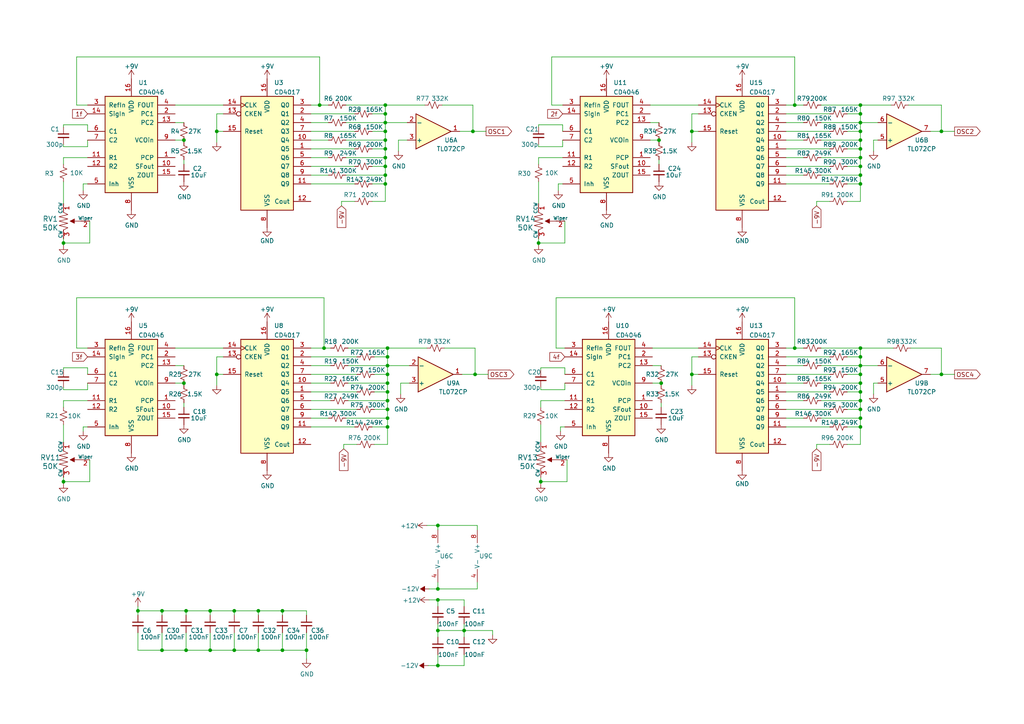
<source format=kicad_sch>
(kicad_sch (version 20211123) (generator eeschema)
  (paper "A4")
  (title_block (title "Pipes") (rev "1.0"))
  (junction (at 230.505 100.965))
  (junction (at 249.555 118.745))
  (junction (at 112.395 100.965))
  (junction (at 191.77 111.125))
  (junction (at 249.555 100.965))
  (junction (at 273.05 38.1))
  (junction (at 127 193.04))
  (junction (at 249.555 40.64))
  (junction (at 127 182.88))
  (junction (at 249.555 121.285))
  (junction (at 127 152.4))
  (junction (at 111.76 45.72))
  (junction (at 111.76 50.8))
  (junction (at 53.975 177.165))
  (junction (at 111.76 38.1))
  (junction (at 156.21 70.485))
  (junction (at 18.415 70.485))
  (junction (at 273.05 108.585))
  (junction (at 137.16 38.1))
  (junction (at 18.415 139.7))
  (junction (at 60.96 188.595))
  (junction (at 81.915 177.165))
  (junction (at 111.76 48.26))
  (junction (at 200.66 38.1))
  (junction (at 46.99 188.595))
  (junction (at 249.555 38.1))
  (junction (at 46.99 177.165))
  (junction (at 249.555 50.8))
  (junction (at 53.34 40.64))
  (junction (at 249.555 48.26))
  (junction (at 249.555 33.02))
  (junction (at 249.555 30.48))
  (junction (at 111.76 35.56))
  (junction (at 53.34 111.125))
  (junction (at 112.395 118.745))
  (junction (at 74.93 188.595))
  (junction (at 112.395 123.825))
  (junction (at 53.975 188.595))
  (junction (at 62.865 38.1))
  (junction (at 249.555 123.825))
  (junction (at 134.62 182.88))
  (junction (at 40.005 177.165))
  (junction (at 249.555 116.205))
  (junction (at 112.395 106.045))
  (junction (at 92.71 30.48))
  (junction (at 112.395 103.505))
  (junction (at 111.76 40.64))
  (junction (at 111.76 53.34))
  (junction (at 88.9 188.595))
  (junction (at 127 170.815))
  (junction (at 62.865 108.585))
  (junction (at 137.795 108.585))
  (junction (at 60.96 177.165))
  (junction (at 112.395 111.125))
  (junction (at 93.98 100.965))
  (junction (at 191.135 40.64))
  (junction (at 112.395 116.205))
  (junction (at 127 173.99))
  (junction (at 111.76 43.18))
  (junction (at 230.505 30.48))
  (junction (at 67.945 188.595))
  (junction (at 249.555 108.585))
  (junction (at 112.395 121.285))
  (junction (at 112.395 108.585))
  (junction (at 249.555 106.045))
  (junction (at 200.66 108.585))
  (junction (at 111.76 30.48))
  (junction (at 249.555 103.505))
  (junction (at 74.93 177.165))
  (junction (at 249.555 43.18))
  (junction (at 67.945 177.165))
  (junction (at 249.555 35.56))
  (junction (at 249.555 113.665))
  (junction (at 112.395 113.665))
  (junction (at 249.555 111.125))
  (junction (at 81.915 188.595))
  (junction (at 249.555 53.34))
  (junction (at 249.555 45.72))
  (junction (at 156.845 139.7))
  (junction (at 111.76 33.02))
  (wire (pts (xy 24.13 53.34) (xy 24.13 55.245)))
  (wire (pts (xy 100.965 111.125) (xy 112.395 111.125)))
  (wire (pts (xy 253.365 111.125) (xy 254.635 111.125)))
  (wire (pts (xy 127 193.04) (xy 134.62 193.04)))
  (wire (pts (xy 18.415 52.705) (xy 18.415 59.055)))
  (wire (pts (xy 236.855 130.175) (xy 236.855 128.905)))
  (wire (pts (xy 112.395 103.505) (xy 112.395 106.045)))
  (wire (pts (xy 74.93 178.435) (xy 74.93 177.165)))
  (wire (pts (xy 90.17 123.825) (xy 102.87 123.825)))
  (wire (pts (xy 111.76 30.48) (xy 111.76 33.02)))
  (wire (pts (xy 200.66 108.585) (xy 200.66 111.76)))
  (wire (pts (xy 137.795 108.585) (xy 133.985 108.585)))
  (wire (pts (xy 156.21 42.545) (xy 156.21 41.91)))
  (wire (pts (xy 230.505 16.51) (xy 160.02 16.51)))
  (wire (pts (xy 111.76 38.1) (xy 111.76 40.64)))
  (wire (pts (xy 18.415 139.7) (xy 18.415 140.335)))
  (wire (pts (xy 191.135 40.64) (xy 191.135 41.275)))
  (wire (pts (xy 156.845 116.205) (xy 156.845 118.11)))
  (wire (pts (xy 67.945 188.595) (xy 74.93 188.595)))
  (wire (pts (xy 253.365 43.815) (xy 253.365 40.64)))
  (wire (pts (xy 245.745 43.18) (xy 249.555 43.18)))
  (wire (pts (xy 90.17 33.02) (xy 102.87 33.02)))
  (wire (pts (xy 111.76 35.56) (xy 111.76 38.1)))
  (wire (pts (xy 107.95 123.825) (xy 112.395 123.825)))
  (wire (pts (xy 88.9 188.595) (xy 88.9 191.135)))
  (wire (pts (xy 112.395 121.285) (xy 112.395 123.825)))
  (wire (pts (xy 115.57 43.815) (xy 115.57 40.64)))
  (wire (pts (xy 227.965 33.02) (xy 240.665 33.02)))
  (wire (pts (xy 90.17 106.045) (xy 95.885 106.045)))
  (wire (pts (xy 127 189.865) (xy 127 193.04)))
  (wire (pts (xy 111.76 40.64) (xy 111.76 43.18)))
  (wire (pts (xy 249.555 50.8) (xy 249.555 53.34)))
  (wire (pts (xy 67.945 178.435) (xy 67.945 177.165)))
  (wire (pts (xy 137.16 30.48) (xy 137.16 38.1)))
  (wire (pts (xy 230.505 86.36) (xy 230.505 100.965)))
  (wire (pts (xy 92.71 16.51) (xy 22.225 16.51)))
  (wire (pts (xy 134.62 180.975) (xy 134.62 182.88)))
  (wire (pts (xy 67.945 177.165) (xy 74.93 177.165)))
  (wire (pts (xy 90.17 111.125) (xy 95.885 111.125)))
  (wire (pts (xy 53.975 188.595) (xy 60.96 188.595)))
  (wire (pts (xy 238.125 121.285) (xy 249.555 121.285)))
  (wire (pts (xy 25.4 42.545) (xy 18.415 42.545)))
  (wire (pts (xy 249.555 100.965) (xy 249.555 103.505)))
  (wire (pts (xy 191.77 111.125) (xy 191.77 111.76)))
  (wire (pts (xy 60.96 183.515) (xy 60.96 188.595)))
  (wire (pts (xy 107.95 38.1) (xy 111.76 38.1)))
  (wire (pts (xy 88.9 177.165) (xy 81.915 177.165)))
  (wire (pts (xy 163.83 111.125) (xy 163.83 113.03)))
  (wire (pts (xy 26.035 133.35) (xy 26.035 139.7)))
  (wire (pts (xy 189.23 100.965) (xy 202.565 100.965)))
  (wire (pts (xy 163.83 100.965) (xy 161.29 100.965)))
  (wire (pts (xy 90.17 43.18) (xy 102.87 43.18)))
  (wire (pts (xy 249.555 33.02) (xy 249.555 35.56)))
  (wire (pts (xy 53.975 178.435) (xy 53.975 177.165)))
  (wire (pts (xy 50.8 40.64) (xy 53.34 40.64)))
  (wire (pts (xy 92.71 16.51) (xy 92.71 30.48)))
  (wire (pts (xy 227.965 43.18) (xy 240.665 43.18)))
  (wire (pts (xy 273.05 108.585) (xy 276.86 108.585)))
  (wire (pts (xy 249.555 123.825) (xy 249.555 128.905)))
  (wire (pts (xy 108.585 103.505) (xy 112.395 103.505)))
  (wire (pts (xy 100.965 106.045) (xy 112.395 106.045)))
  (wire (pts (xy 238.125 50.8) (xy 249.555 50.8)))
  (wire (pts (xy 100.33 35.56) (xy 111.76 35.56)))
  (wire (pts (xy 164.465 139.7) (xy 156.845 139.7)))
  (wire (pts (xy 249.555 121.285) (xy 249.555 123.825)))
  (wire (pts (xy 227.965 111.125) (xy 233.045 111.125)))
  (wire (pts (xy 134.62 182.88) (xy 142.875 182.88)))
  (wire (pts (xy 112.395 108.585) (xy 112.395 111.125)))
  (wire (pts (xy 227.965 50.8) (xy 233.045 50.8)))
  (wire (pts (xy 62.865 108.585) (xy 64.77 108.585)))
  (wire (pts (xy 24.13 125.095) (xy 24.13 123.825)))
  (wire (pts (xy 127 182.88) (xy 134.62 182.88)))
  (wire (pts (xy 163.195 36.195) (xy 156.21 36.195)))
  (wire (pts (xy 163.83 64.135) (xy 163.83 70.485)))
  (wire (pts (xy 230.505 100.965) (xy 233.045 100.965)))
  (wire (pts (xy 249.555 106.045) (xy 249.555 108.585)))
  (wire (pts (xy 249.555 108.585) (xy 249.555 111.125)))
  (wire (pts (xy 227.965 53.34) (xy 240.665 53.34)))
  (wire (pts (xy 18.415 42.545) (xy 18.415 41.91)))
  (wire (pts (xy 111.76 35.56) (xy 118.11 35.56)))
  (wire (pts (xy 161.925 53.34) (xy 161.925 55.245)))
  (wire (pts (xy 112.395 106.045) (xy 112.395 108.585)))
  (wire (pts (xy 188.595 35.56) (xy 191.135 35.56)))
  (wire (pts (xy 50.8 30.48) (xy 64.77 30.48)))
  (wire (pts (xy 90.17 40.64) (xy 95.25 40.64)))
  (wire (pts (xy 227.965 40.64) (xy 233.045 40.64)))
  (wire (pts (xy 245.745 108.585) (xy 249.555 108.585)))
  (wire (pts (xy 67.945 177.165) (xy 60.96 177.165)))
  (wire (pts (xy 253.365 114.3) (xy 253.365 111.125)))
  (wire (pts (xy 264.16 100.965) (xy 273.05 100.965)))
  (wire (pts (xy 200.66 33.02) (xy 202.565 33.02)))
  (wire (pts (xy 90.17 30.48) (xy 92.71 30.48)))
  (wire (pts (xy 25.4 100.965) (xy 22.225 100.965)))
  (wire (pts (xy 227.965 38.1) (xy 240.665 38.1)))
  (wire (pts (xy 112.395 100.965) (xy 112.395 103.505)))
  (wire (pts (xy 156.21 36.195) (xy 156.21 36.83)))
  (wire (pts (xy 163.195 40.64) (xy 163.195 42.545)))
  (wire (pts (xy 188.595 40.64) (xy 191.135 40.64)))
  (wire (pts (xy 50.8 100.965) (xy 64.77 100.965)))
  (wire (pts (xy 18.415 36.195) (xy 18.415 36.83)))
  (wire (pts (xy 200.66 103.505) (xy 202.565 103.505)))
  (wire (pts (xy 124.46 173.99) (xy 127 173.99)))
  (wire (pts (xy 112.395 106.045) (xy 118.745 106.045)))
  (wire (pts (xy 112.395 123.825) (xy 112.395 128.905)))
  (wire (pts (xy 238.125 116.205) (xy 249.555 116.205)))
  (wire (pts (xy 249.555 35.56) (xy 249.555 38.1)))
  (wire (pts (xy 123.825 152.4) (xy 127 152.4)))
  (wire (pts (xy 124.46 170.815) (xy 127 170.815)))
  (wire (pts (xy 238.125 106.045) (xy 249.555 106.045)))
  (wire (pts (xy 238.125 40.64) (xy 249.555 40.64)))
  (wire (pts (xy 93.98 100.965) (xy 95.885 100.965)))
  (wire (pts (xy 67.945 188.595) (xy 60.96 188.595)))
  (wire (pts (xy 90.17 48.26) (xy 102.87 48.26)))
  (wire (pts (xy 25.4 113.03) (xy 18.415 113.03)))
  (wire (pts (xy 90.17 35.56) (xy 95.25 35.56)))
  (wire (pts (xy 81.915 178.435) (xy 81.915 177.165)))
  (wire (pts (xy 93.98 100.965) (xy 90.17 100.965)))
  (wire (pts (xy 90.17 53.34) (xy 102.87 53.34)))
  (wire (pts (xy 22.225 86.36) (xy 93.98 86.36)))
  (wire (pts (xy 25.4 36.195) (xy 18.415 36.195)))
  (wire (pts (xy 112.395 118.745) (xy 112.395 121.285)))
  (wire (pts (xy 100.33 121.285) (xy 112.395 121.285)))
  (wire (pts (xy 230.505 100.965) (xy 227.965 100.965)))
  (wire (pts (xy 108.585 118.745) (xy 112.395 118.745)))
  (wire (pts (xy 88.9 188.595) (xy 81.915 188.595)))
  (wire (pts (xy 90.17 113.665) (xy 103.505 113.665)))
  (wire (pts (xy 138.43 168.91) (xy 138.43 170.815)))
  (wire (pts (xy 107.95 33.02) (xy 111.76 33.02)))
  (wire (pts (xy 249.555 40.64) (xy 249.555 43.18)))
  (wire (pts (xy 111.76 43.18) (xy 111.76 45.72)))
  (wire (pts (xy 67.945 183.515) (xy 67.945 188.595)))
  (wire (pts (xy 161.925 53.34) (xy 163.195 53.34)))
  (wire (pts (xy 24.13 53.34) (xy 25.4 53.34)))
  (wire (pts (xy 127 152.4) (xy 138.43 152.4)))
  (wire (pts (xy 227.965 30.48) (xy 230.505 30.48)))
  (wire (pts (xy 81.915 177.165) (xy 74.93 177.165)))
  (wire (pts (xy 40.005 183.515) (xy 40.005 188.595)))
  (wire (pts (xy 245.745 123.825) (xy 249.555 123.825)))
  (wire (pts (xy 127 170.815) (xy 138.43 170.815)))
  (wire (pts (xy 111.76 48.26) (xy 111.76 50.8)))
  (wire (pts (xy 18.415 70.485) (xy 18.415 71.12)))
  (wire (pts (xy 22.225 30.48) (xy 25.4 30.48)))
  (wire (pts (xy 227.965 103.505) (xy 240.665 103.505)))
  (wire (pts (xy 249.555 113.665) (xy 249.555 116.205)))
  (wire (pts (xy 191.77 116.84) (xy 191.77 118.11)))
  (wire (pts (xy 50.8 35.56) (xy 53.34 35.56)))
  (wire (pts (xy 249.555 103.505) (xy 249.555 106.045)))
  (wire (pts (xy 18.415 106.68) (xy 18.415 107.315)))
  (wire (pts (xy 236.855 128.905) (xy 240.665 128.905)))
  (wire (pts (xy 40.005 178.435) (xy 40.005 177.165)))
  (wire (pts (xy 200.66 38.1) (xy 200.66 33.02)))
  (wire (pts (xy 22.225 100.965) (xy 22.225 86.36)))
  (wire (pts (xy 142.875 184.15) (xy 142.875 182.88)))
  (wire (pts (xy 111.76 33.02) (xy 111.76 35.56)))
  (wire (pts (xy 53.975 183.515) (xy 53.975 188.595)))
  (wire (pts (xy 22.225 16.51) (xy 22.225 30.48)))
  (wire (pts (xy 107.95 53.34) (xy 111.76 53.34)))
  (wire (pts (xy 100.965 100.965) (xy 112.395 100.965)))
  (wire (pts (xy 99.695 130.175) (xy 99.695 128.905)))
  (wire (pts (xy 227.965 116.205) (xy 233.045 116.205)))
  (wire (pts (xy 137.795 108.585) (xy 141.605 108.585)))
  (wire (pts (xy 108.585 128.905) (xy 112.395 128.905)))
  (wire (pts (xy 128.27 30.48) (xy 137.16 30.48)))
  (wire (pts (xy 40.005 175.895) (xy 40.005 177.165)))
  (wire (pts (xy 263.525 30.48) (xy 273.05 30.48)))
  (wire (pts (xy 236.855 59.69) (xy 236.855 58.42)))
  (wire (pts (xy 249.555 45.72) (xy 249.555 48.26)))
  (wire (pts (xy 50.8 106.045) (xy 53.34 106.045)))
  (wire (pts (xy 227.965 123.825) (xy 240.665 123.825)))
  (wire (pts (xy 156.21 45.72) (xy 156.21 47.625)))
  (wire (pts (xy 127 152.4) (xy 127 153.67)))
  (wire (pts (xy 25.4 111.125) (xy 25.4 113.03)))
  (wire (pts (xy 163.195 45.72) (xy 156.21 45.72)))
  (wire (pts (xy 245.745 53.34) (xy 249.555 53.34)))
  (wire (pts (xy 124.206 193.04) (xy 127 193.04)))
  (wire (pts (xy 273.05 108.585) (xy 269.875 108.585)))
  (wire (pts (xy 245.745 118.745) (xy 249.555 118.745)))
  (wire (pts (xy 46.99 177.165) (xy 53.975 177.165)))
  (wire (pts (xy 273.05 38.1) (xy 276.86 38.1)))
  (wire (pts (xy 227.965 106.045) (xy 233.045 106.045)))
  (wire (pts (xy 62.865 108.585) (xy 62.865 103.505)))
  (wire (pts (xy 25.4 106.68) (xy 18.415 106.68)))
  (wire (pts (xy 108.585 113.665) (xy 112.395 113.665)))
  (wire (pts (xy 100.33 30.48) (xy 111.76 30.48)))
  (wire (pts (xy 100.33 40.64) (xy 111.76 40.64)))
  (wire (pts (xy 127 173.99) (xy 127 175.895)))
  (wire (pts (xy 112.395 116.205) (xy 112.395 118.745)))
  (wire (pts (xy 90.17 116.205) (xy 95.885 116.205)))
  (wire (pts (xy 127 168.91) (xy 127 170.815)))
  (wire (pts (xy 156.21 52.705) (xy 156.21 59.055)))
  (wire (pts (xy 53.34 40.64) (xy 53.34 41.275)))
  (wire (pts (xy 245.745 103.505) (xy 249.555 103.505)))
  (wire (pts (xy 99.06 59.69) (xy 99.06 58.42)))
  (wire (pts (xy 137.795 100.965) (xy 137.795 108.585)))
  (wire (pts (xy 25.4 116.205) (xy 18.415 116.205)))
  (wire (pts (xy 249.555 43.18) (xy 249.555 45.72)))
  (wire (pts (xy 163.83 108.585) (xy 163.83 106.68)))
  (wire (pts (xy 249.555 106.045) (xy 254.635 106.045)))
  (wire (pts (xy 53.34 111.125) (xy 53.34 111.76)))
  (wire (pts (xy 88.9 178.435) (xy 88.9 177.165)))
  (wire (pts (xy 128.905 100.965) (xy 137.795 100.965)))
  (wire (pts (xy 156.845 139.7) (xy 156.845 140.335)))
  (wire (pts (xy 90.17 103.505) (xy 103.505 103.505)))
  (wire (pts (xy 93.98 86.36) (xy 93.98 100.965)))
  (wire (pts (xy 99.695 128.905) (xy 103.505 128.905)))
  (wire (pts (xy 62.865 33.02) (xy 64.77 33.02)))
  (wire (pts (xy 40.005 177.165) (xy 46.99 177.165)))
  (wire (pts (xy 25.4 38.1) (xy 25.4 36.195)))
  (wire (pts (xy 227.965 48.26) (xy 240.665 48.26)))
  (wire (pts (xy 200.66 103.505) (xy 200.66 108.585)))
  (wire (pts (xy 245.745 58.42) (xy 249.555 58.42)))
  (wire (pts (xy 273.05 30.48) (xy 273.05 38.1)))
  (wire (pts (xy 88.9 183.515) (xy 88.9 188.595)))
  (wire (pts (xy 245.745 38.1) (xy 249.555 38.1)))
  (wire (pts (xy 227.965 108.585) (xy 240.665 108.585)))
  (wire (pts (xy 53.34 116.84) (xy 53.34 118.11)))
  (wire (pts (xy 156.845 138.43) (xy 156.845 139.7)))
  (wire (pts (xy 238.125 35.56) (xy 249.555 35.56)))
  (wire (pts (xy 90.17 108.585) (xy 103.505 108.585)))
  (wire (pts (xy 115.57 40.64) (xy 118.11 40.64)))
  (wire (pts (xy 253.365 40.64) (xy 254.635 40.64)))
  (wire (pts (xy 238.125 30.48) (xy 249.555 30.48)))
  (wire (pts (xy 230.505 30.48) (xy 233.045 30.48)))
  (wire (pts (xy 134.62 182.88) (xy 134.62 184.785)))
  (wire (pts (xy 112.395 111.125) (xy 112.395 113.665)))
  (wire (pts (xy 100.33 45.72) (xy 111.76 45.72)))
  (wire (pts (xy 227.965 45.72) (xy 233.045 45.72)))
  (wire (pts (xy 127 173.99) (xy 134.62 173.99)))
  (wire (pts (xy 50.8 111.125) (xy 53.34 111.125)))
  (wire (pts (xy 245.745 33.02) (xy 249.555 33.02)))
  (wire (pts (xy 249.555 111.125) (xy 249.555 113.665)))
  (wire (pts (xy 245.745 128.905) (xy 249.555 128.905)))
  (wire (pts (xy 46.99 183.515) (xy 46.99 188.595)))
  (wire (pts (xy 46.99 188.595) (xy 53.975 188.595)))
  (wire (pts (xy 163.195 38.1) (xy 163.195 36.195)))
  (wire (pts (xy 191.135 46.355) (xy 191.135 47.625)))
  (wire (pts (xy 156.845 113.03) (xy 156.845 112.395)))
  (wire (pts (xy 163.83 113.03) (xy 156.845 113.03)))
  (wire (pts (xy 112.395 100.965) (xy 123.825 100.965)))
  (wire (pts (xy 25.4 108.585) (xy 25.4 106.68)))
  (wire (pts (xy 100.965 116.205) (xy 112.395 116.205)))
  (wire (pts (xy 249.555 116.205) (xy 249.555 118.745)))
  (wire (pts (xy 99.06 58.42) (xy 102.87 58.42)))
  (wire (pts (xy 62.865 38.1) (xy 62.865 33.02)))
  (wire (pts (xy 162.56 125.095) (xy 162.56 123.825)))
  (wire (pts (xy 161.29 100.965) (xy 161.29 86.36)))
  (wire (pts (xy 138.43 152.4) (xy 138.43 153.67)))
  (wire (pts (xy 162.56 123.825) (xy 163.83 123.825)))
  (wire (pts (xy 245.745 113.665) (xy 249.555 113.665)))
  (wire (pts (xy 25.4 40.64) (xy 25.4 42.545)))
  (wire (pts (xy 227.965 118.745) (xy 240.665 118.745)))
  (wire (pts (xy 81.915 188.595) (xy 74.93 188.595)))
  (wire (pts (xy 100.33 50.8) (xy 111.76 50.8)))
  (wire (pts (xy 156.845 123.19) (xy 156.845 128.27)))
  (wire (pts (xy 111.76 30.48) (xy 123.19 30.48)))
  (wire (pts (xy 189.23 106.045) (xy 191.77 106.045)))
  (wire (pts (xy 60.96 178.435) (xy 60.96 177.165)))
  (wire (pts (xy 238.125 45.72) (xy 249.555 45.72)))
  (wire (pts (xy 156.21 70.485) (xy 156.21 71.12)))
  (wire (pts (xy 238.125 111.125) (xy 249.555 111.125)))
  (wire (pts (xy 273.05 100.965) (xy 273.05 108.585)))
  (wire (pts (xy 202.565 108.585) (xy 200.66 108.585)))
  (wire (pts (xy 227.965 121.285) (xy 233.045 121.285)))
  (wire (pts (xy 90.17 118.745) (xy 103.505 118.745)))
  (wire (pts (xy 26.035 64.135) (xy 26.035 70.485)))
  (wire (pts (xy 107.95 58.42) (xy 111.76 58.42)))
  (wire (pts (xy 200.66 38.1) (xy 202.565 38.1)))
  (wire (pts (xy 200.66 41.275) (xy 200.66 38.1)))
  (wire (pts (xy 90.17 38.1) (xy 102.87 38.1)))
  (wire (pts (xy 164.465 133.35) (xy 164.465 139.7)))
  (wire (pts (xy 18.415 123.19) (xy 18.415 128.27)))
  (wire (pts (xy 230.505 16.51) (xy 230.505 30.48)))
  (wire (pts (xy 227.965 35.56) (xy 233.045 35.56)))
  (wire (pts (xy 249.555 53.34) (xy 249.555 58.42)))
  (wire (pts (xy 53.975 177.165) (xy 60.96 177.165)))
  (wire (pts (xy 18.415 113.03) (xy 18.415 112.395)))
  (wire (pts (xy 163.83 70.485) (xy 156.21 70.485)))
  (wire (pts (xy 249.555 35.56) (xy 254.635 35.56)))
  (wire (pts (xy 189.23 111.125) (xy 191.77 111.125)))
  (wire (pts (xy 90.17 121.285) (xy 95.25 121.285)))
  (wire (pts (xy 163.195 42.545) (xy 156.21 42.545)))
  (wire (pts (xy 127 180.975) (xy 127 182.88)))
  (wire (pts (xy 163.83 116.205) (xy 156.845 116.205)))
  (wire (pts (xy 249.555 48.26) (xy 249.555 50.8)))
  (wire (pts (xy 40.005 188.595) (xy 46.99 188.595)))
  (wire (pts (xy 18.415 69.215) (xy 18.415 70.485)))
  (wire (pts (xy 90.17 45.72) (xy 95.25 45.72)))
  (wire (pts (xy 127 182.88) (xy 127 184.785)))
  (wire (pts (xy 137.16 38.1) (xy 133.35 38.1)))
  (wire (pts (xy 137.16 38.1) (xy 140.97 38.1)))
  (wire (pts (xy 90.17 50.8) (xy 95.25 50.8)))
  (wire (pts (xy 249.555 30.48) (xy 249.555 33.02)))
  (wire (pts (xy 62.865 38.1) (xy 64.77 38.1)))
  (wire (pts (xy 62.865 111.76) (xy 62.865 108.585)))
  (wire (pts (xy 188.595 30.48) (xy 202.565 30.48)))
  (wire (pts (xy 227.965 113.665) (xy 240.665 113.665)))
  (wire (pts (xy 160.02 16.51) (xy 160.02 30.48)))
  (wire (pts (xy 160.02 30.48) (xy 163.195 30.48)))
  (wire (pts (xy 112.395 113.665) (xy 112.395 116.205)))
  (wire (pts (xy 18.415 45.72) (xy 18.415 47.625)))
  (wire (pts (xy 111.76 45.72) (xy 111.76 48.26)))
  (wire (pts (xy 18.415 116.205) (xy 18.415 118.11)))
  (wire (pts (xy 249.555 100.965) (xy 259.08 100.965)))
  (wire (pts (xy 163.83 106.68) (xy 156.845 106.68)))
  (wire (pts (xy 62.865 41.275) (xy 62.865 38.1)))
  (wire (pts (xy 273.05 38.1) (xy 269.875 38.1)))
  (wire (pts (xy 74.93 183.515) (xy 74.93 188.595)))
  (wire (pts (xy 92.71 30.48) (xy 95.25 30.48)))
  (wire (pts (xy 249.555 118.745) (xy 249.555 121.285)))
  (wire (pts (xy 53.34 46.355) (xy 53.34 47.625)))
  (wire (pts (xy 245.745 48.26) (xy 249.555 48.26)))
  (wire (pts (xy 26.035 70.485) (xy 18.415 70.485)))
  (wire (pts (xy 236.855 58.42) (xy 240.665 58.42)))
  (wire (pts (xy 134.62 189.865) (xy 134.62 193.04)))
  (wire (pts (xy 26.035 139.7) (xy 18.415 139.7)))
  (wire (pts (xy 249.555 38.1) (xy 249.555 40.64)))
  (wire (pts (xy 156.21 69.215) (xy 156.21 70.485)))
  (wire (pts (xy 46.99 178.435) (xy 46.99 177.165)))
  (wire (pts (xy 161.29 86.36) (xy 230.505 86.36)))
  (wire (pts (xy 107.95 43.18) (xy 111.76 43.18)))
  (wire (pts (xy 107.95 48.26) (xy 111.76 48.26)))
  (wire (pts (xy 156.845 106.68) (xy 156.845 107.315)))
  (wire (pts (xy 111.76 50.8) (xy 111.76 53.34)))
  (wire (pts (xy 116.205 111.125) (xy 118.745 111.125)))
  (wire (pts (xy 108.585 108.585) (xy 112.395 108.585)))
  (wire (pts (xy 24.13 123.825) (xy 25.4 123.825)))
  (wire (pts (xy 81.915 183.515) (xy 81.915 188.595)))
  (wire (pts (xy 62.865 103.505) (xy 64.77 103.505)))
  (wire (pts (xy 18.415 138.43) (xy 18.415 139.7)))
  (wire (pts (xy 111.76 53.34) (xy 111.76 58.42)))
  (wire (pts (xy 249.555 30.48) (xy 258.445 30.48)))
  (wire (pts (xy 116.205 114.3) (xy 116.205 111.125)))
  (wire (pts (xy 238.125 100.965) (xy 249.555 100.965)))
  (wire (pts (xy 25.4 45.72) (xy 18.415 45.72)))
  (wire (pts (xy 134.62 173.99) (xy 134.62 175.895)))
  (global_label "-9V" (shape input) (at 236.855 130.175 270) (property "Intersheet References" "${INTERSHEET_REFS}" (effects hide)))
  (global_label "4f" (shape input) (at 163.83 103.505 180) (property "Intersheet References" "${INTERSHEET_REFS}" (effects hide)))
  (global_label "-9V" (shape input) (at 99.06 59.69 270) (property "Intersheet References" "${INTERSHEET_REFS}" (effects hide)))
  (global_label "2f" (shape input) (at 163.195 33.02 180) (property "Intersheet References" "${INTERSHEET_REFS}" (effects hide)))
  (global_label "OSC1" (shape output) (at 140.97 38.1 0) (property "Intersheet References" "${INTERSHEET_REFS}" (effects hide)))
  (global_label "1f" (shape input) (at 25.4 33.02 180) (property "Intersheet References" "${INTERSHEET_REFS}" (effects hide)))
  (global_label "3f" (shape input) (at 25.4 103.505 180) (property "Intersheet References" "${INTERSHEET_REFS}" (effects hide)))
  (global_label "-9V" (shape input) (at 236.855 59.69 270) (property "Intersheet References" "${INTERSHEET_REFS}" (effects hide)))
  (global_label "OSC2" (shape output) (at 276.86 38.1 0) (property "Intersheet References" "${INTERSHEET_REFS}" (effects hide)))
  (global_label "OSC3" (shape output) (at 141.605 108.585 0) (property "Intersheet References" "${INTERSHEET_REFS}" (effects hide)))
  (global_label "-9V" (shape input) (at 99.695 130.175 270) (property "Intersheet References" "${INTERSHEET_REFS}" (effects hide)))
  (global_label "OSC4" (shape output) (at 276.86 108.585 0) (property "Intersheet References" "${INTERSHEET_REFS}" (effects hide)))
  (symbol (lib_id "power:GND") (at 175.895 60.96 0) (unit 1)
    (property "Reference" "#PWR042" (effects hide))
    (property "Value" "GND" (at 176.022 65.3542 0))
  )
  (symbol (lib_id "Amplifier_Operational:TL072") (at 135.89 161.29 0) (mirror y) (unit 3)
    (property "Reference" "U9" (at 140.97 161.29 0))
    (property "Value" "TL072CP" (effects hide))
    (property "Footprint" "Package_SO:SOIC-8_3.9x4.9mm_P1.27mm" (effects hide))
    (property "Datasheet" "http://www.ti.com/lit/ds/symlink/tl071.pdf" (effects hide))
    (property "LCSC Part #" "C67473" (effects hide))
    (property "Digi-Key Part" "296-1775-5-ND" (effects hide))
  )
  (symbol (lib_id "Device:R_Small_US") (at 53.34 108.585 0) (unit 1)
    (property "Reference" "R25" (at 50.8 108.585 0))
    (property "Value" "27K" (at 56.515 108.585 0))
    (property "Footprint" "Resistor_SMD:R_0805_2012Metric_Pad1.20x1.40mm_HandSolder" (effects hide))
    (property "Digi-Key Part" "CF14JT10K0CT-ND" (effects hide))
    (property "LCSC Part #" "C17593" (effects hide))
  )
  (symbol (lib_id "Device:R_Small_US") (at 243.205 58.42 90) (unit 1)
    (property "Reference" "R91" (at 240.03 56.515 90))
    (property "Value" "200K" (at 245.11 56.515 90))
    (property "Footprint" "Resistor_SMD:R_0603_1608Metric" (effects hide))
    (property "Digi-Key Part" "CF14JT10K0CT-ND" (effects hide))
    (property "LCSC Part #" "C25811" (effects hide))
  )
  (symbol (lib_id "Device:R_Small_US") (at 243.205 108.585 90) (unit 1)
    (property "Reference" "R93" (at 240.665 107.315 90))
    (property "Value" "150K" (at 246.38 107.315 90))
    (property "Footprint" "Resistor_SMD:R_0603_1608Metric" (effects hide))
    (property "Digi-Key Part" "CF14JT10K0CT-ND" (effects hide))
    (property "LCSC Part #" "C22807" (effects hide))
  )
  (symbol (lib_id "Device:C_Small") (at 156.845 109.855 0) (unit 1)
    (property "Reference" "C20" (at 153.035 107.95 0) (effects (justify left)))
    (property "Value" "300p" (at 151.765 112.395 0) (effects (justify left)))
    (property "Footprint" "Capacitor_SMD:C_0805_2012Metric_Pad1.18x1.45mm_HandSolder" (effects hide))
    (property "Datasheet" "http://datasheets.avx.com/SR-Series.pdf" (effects hide))
    (property "Digi-Key Part" "BC2662CT-ND" (effects hide))
    (property "LCSC Part #" "C282698" (effects hide))
  )
  (symbol (lib_id "Device:R_Small_US") (at 97.79 121.285 90) (unit 1)
    (property "Reference" "R142" (at 95.25 120.015 90))
    (property "Value" "300K" (at 100.965 120.015 90))
    (property "Footprint" "Resistor_SMD:R_0603_1608Metric" (effects hide))
    (property "Digi-Key Part" "CF14JT10K0CT-ND" (effects hide))
    (property "LCSC Part #" "C23024" (effects hide))
  )
  (symbol (lib_id "power:GND") (at 38.1 60.96 0) (unit 1)
    (property "Reference" "#PWR012" (effects hide))
    (property "Value" "GND" (at 38.227 65.3542 0))
  )
  (symbol (lib_id "power:+9V") (at 175.895 22.86 0) (unit 1)
    (property "Reference" "#PWR0111" (effects hide))
    (property "Value" "+9V" (at 175.895 19.2555 0))
  )
  (symbol (lib_id "power:GND") (at 116.205 114.3 0) (unit 1)
    (property "Reference" "#PWR032" (effects hide))
    (property "Value" "GND" (at 116.332 118.6942 0))
  )
  (symbol (lib_id "Device:C_Small") (at 127 178.435 0) (unit 1)
    (property "Reference" "C5" (at 129.3368 177.2666 0) (effects (justify left)))
    (property "Value" "100nF" (at 127 180.975 0) (effects (justify left)))
    (property "Footprint" "Capacitor_SMD:C_0805_2012Metric_Pad1.18x1.45mm_HandSolder" (effects hide))
    (property "Datasheet" "http://datasheets.avx.com/SR-Series.pdf" (effects hide))
    (property "Digi-Key Part" "478-10836-1-ND" (effects hide))
    (property "LCSC Part #" "C49678" (effects hide))
  )
  (symbol (lib_id "power:GND") (at 156.21 71.12 0) (unit 1)
    (property "Reference" "#PWR0129" (effects hide))
    (property "Value" "GND" (at 156.337 75.5142 0))
  )
  (symbol (lib_id "Device:R_Small_US") (at 105.41 43.18 90) (unit 1)
    (property "Reference" "R69" (at 102.87 41.91 90))
    (property "Value" "200K" (at 108.585 41.91 90))
    (property "Footprint" "Resistor_SMD:R_0603_1608Metric" (effects hide))
    (property "Digi-Key Part" "CF14JT10K0CT-ND" (effects hide))
    (property "LCSC Part #" "C25811" (effects hide))
  )
  (symbol (lib_id "Device:C_Small") (at 134.62 178.435 0) (unit 1)
    (property "Reference" "C11" (at 136.9568 177.2666 0) (effects (justify left)))
    (property "Value" "100nF" (at 134.62 180.975 0) (effects (justify left)))
    (property "Footprint" "Capacitor_SMD:C_0805_2012Metric_Pad1.18x1.45mm_HandSolder" (effects hide))
    (property "Datasheet" "http://datasheets.avx.com/SR-Series.pdf" (effects hide))
    (property "Digi-Key Part" "478-10836-1-ND" (effects hide))
    (property "LCSC Part #" "C49678" (effects hide))
  )
  (symbol (lib_id "Amplifier_Operational:TL072") (at 126.365 108.585 0) (mirror x) (unit 1)
    (property "Reference" "U9" (at 131.445 111.125 0))
    (property "Value" "TL072CP" (at 131.445 113.665 0))
    (property "Footprint" "Package_SO:SOIC-8_3.9x4.9mm_P1.27mm" (effects hide))
    (property "Digi-Key Part" "296-1775-5-ND" (effects hide))
    (property "LCSC Part #" "C67473" (effects hide))
  )
  (symbol (lib_id "Device:R_Small_US") (at 97.79 45.72 90) (unit 1)
    (property "Reference" "R9" (at 95.25 44.45 90))
    (property "Value" "249K" (at 100.965 44.45 90))
    (property "Footprint" "Resistor_SMD:R_0603_1608Metric" (effects hide))
    (property "Digi-Key Part" "CF14JT10K0CT-ND" (effects hide))
    (property "LCSC Part #" "C311921" (effects hide))
  )
  (symbol (lib_id "power:-12V") (at 124.206 193.04 90) (unit 1)
    (property "Reference" "#PWR0117" (effects hide))
    (property "Value" "-12V" (at 118.745 193.04 90))
  )
  (symbol (lib_id "Device:R_Small_US") (at 98.425 111.125 90) (unit 1)
    (property "Reference" "R22" (at 95.885 109.855 90))
    (property "Value" "165K" (at 101.6 109.855 90))
    (property "Footprint" "Resistor_SMD:R_0603_1608Metric" (effects hide))
    (property "Digi-Key Part" "CF14JT10K0CT-ND" (effects hide))
    (property "LCSC Part #" "C308203" (effects hide))
  )
  (symbol (lib_id "Device:R_Small_US") (at 243.205 48.26 90) (unit 1)
    (property "Reference" "R90" (at 240.665 46.99 90))
    (property "Value" "300K" (at 246.38 46.99 90))
    (property "Footprint" "Resistor_SMD:R_0603_1608Metric" (effects hide))
    (property "Digi-Key Part" "CF14JT10K0CT-ND" (effects hide))
    (property "LCSC Part #" "C23024" (effects hide))
  )
  (symbol (lib_id "Device:C_Small") (at 46.99 180.975 0) (unit 1)
    (property "Reference" "C30" (at 48.26 182.88 0) (effects (justify left)))
    (property "Value" "100nF" (at 47.625 184.785 0) (effects (justify left)))
    (property "Footprint" "Capacitor_SMD:C_0805_2012Metric_Pad1.18x1.45mm_HandSolder" (effects hide))
    (property "Datasheet" "http://datasheets.avx.com/SR-Series.pdf" (effects hide))
    (property "Digi-Key Part" "478-10836-1-ND" (effects hide))
    (property "LCSC Part #" "C49678" (effects hide))
  )
  (symbol (lib_id "Device:R_Small_US") (at 243.205 33.02 90) (unit 1)
    (property "Reference" "R87" (at 240.665 31.75 90))
    (property "Value" "165K" (at 246.38 31.75 90))
    (property "Footprint" "Resistor_SMD:R_0603_1608Metric" (effects hide))
    (property "Digi-Key Part" "CF14JT10K0CT-ND" (effects hide))
    (property "LCSC Part #" "C308203" (effects hide))
  )
  (symbol (lib_id "4xxx:4046") (at 38.1 111.125 0) (unit 1)
    (property "Reference" "U5" (at 40.1194 94.4585 0) (effects (justify left)))
    (property "Value" "CD4046" (at 40.1194 97.2336 0) (effects (justify left)))
    (property "Footprint" "Package_SO:TSSOP-16_4.4x5mm_P0.65mm" (effects hide))
    (property "Datasheet" "https://assets.nexperia.com/documents/data-sheet/HEF4046B.pdf" (effects hide))
    (property "LCSC Part #" "C2651240" (effects hide))
  )
  (symbol (lib_id "Device:R_Small_US") (at 235.585 100.965 90) (unit 1)
    (property "Reference" "R83" (at 233.045 99.06 90))
    (property "Value" "200K" (at 237.49 99.06 90))
    (property "Footprint" "Resistor_SMD:R_0603_1608Metric" (effects hide))
    (property "Digi-Key Part" "CF14JT10K0CT-ND" (effects hide))
    (property "LCSC Part #" "C25811" (effects hide))
  )
  (symbol (lib_id "dk_Trimmer-Potentiometers:TC33X-2-103E") (at 156.21 64.135 270) (unit 1)
    (property "Reference" "RV14" (at 152.4 63.5 90) (effects (font (size 1.524 1.524))))
    (property "Value" "50K" (at 152.4 66.04 90) (effects (font (size 1.524 1.524))))
    (property "Footprint" "sputterizer:Potentiometer_Bourns_3224W_Vertical" (effects hide))
    (property "Datasheet" "https://www.bourns.com/docs/Product-Datasheets/TC33.pdf" (effects hide))
    (property "Digi-Key Part" "490-2881-ND" (effects hide))
    (property "LCSC Part #" "C48484" (effects hide))
  )
  (symbol (lib_id "Device:R_Small_US") (at 18.415 120.65 0) (unit 1)
    (property "Reference" "R21" (at 15.142 120.5738 0))
    (property "Value" "10K" (at 21.59 120.65 0))
    (property "Footprint" "Resistor_SMD:R_0603_1608Metric" (effects hide))
    (property "Digi-Key Part" "CF14JT10K0CT-ND" (effects hide))
    (property "LCSC Part #" "C25804" (effects hide))
  )
  (symbol (lib_id "Device:C_Small") (at 18.415 109.855 0) (unit 1)
    (property "Reference" "C15" (at 14.605 107.95 0) (effects (justify left)))
    (property "Value" "300p" (at 13.335 112.395 0) (effects (justify left)))
    (property "Footprint" "Capacitor_SMD:C_0805_2012Metric_Pad1.18x1.45mm_HandSolder" (effects hide))
    (property "Datasheet" "http://datasheets.avx.com/SR-Series.pdf" (effects hide))
    (property "Digi-Key Part" "BC2662CT-ND" (effects hide))
    (property "LCSC Part #" "C282698" (effects hide))
  )
  (symbol (lib_id "power:+9V") (at 38.1 22.86 0) (unit 1)
    (property "Reference" "#PWR0130" (effects hide))
    (property "Value" "+9V" (at 38.1 19.2555 0))
  )
  (symbol (lib_id "power:GND") (at 62.865 41.275 0) (unit 1)
    (property "Reference" "#PWR017" (effects hide))
    (property "Value" "GND" (effects hide))
  )
  (symbol (lib_id "Device:C_Small") (at 53.34 50.165 0) (unit 1)
    (property "Reference" "C2" (at 55.88 48.895 0) (effects (justify left)))
    (property "Value" "10uF" (at 55.245 50.8 0) (effects (justify left)))
    (property "Footprint" "Capacitor_SMD:C_0805_2012Metric_Pad1.18x1.45mm_HandSolder" (effects hide))
    (property "Datasheet" "http://datasheets.avx.com/SR-Series.pdf" (effects hide))
    (property "Digi-Key Part" "478-10836-1-ND" (effects hide))
    (property "LCSC Part #" "C15850" (effects hide))
  )
  (symbol (lib_id "power:GND") (at 18.415 71.12 0) (unit 1)
    (property "Reference" "#PWR08" (effects hide))
    (property "Value" "GND" (at 18.542 75.5142 0))
  )
  (symbol (lib_id "power:GND") (at 53.34 123.19 0) (unit 1)
    (property "Reference" "#PWR025" (effects hide))
    (property "Value" "GND" (at 53.467 127.5842 0))
  )
  (symbol (lib_id "Device:R_Small_US") (at 243.205 43.18 90) (unit 1)
    (property "Reference" "R89" (at 240.665 41.91 90))
    (property "Value" "200K" (at 246.38 41.91 90))
    (property "Footprint" "Resistor_SMD:R_0603_1608Metric" (effects hide))
    (property "Digi-Key Part" "CF14JT10K0CT-ND" (effects hide))
    (property "LCSC Part #" "C25811" (effects hide))
  )
  (symbol (lib_id "Device:R_Small_US") (at 235.585 35.56 90) (unit 1)
    (property "Reference" "R80" (at 233.045 34.29 90))
    (property "Value" "150K" (at 238.76 34.29 90))
    (property "Footprint" "Resistor_SMD:R_0603_1608Metric" (effects hide))
    (property "Digi-Key Part" "CF14JT10K0CT-ND" (effects hide))
    (property "LCSC Part #" "C22807" (effects hide))
  )
  (symbol (lib_id "Device:R_Small_US") (at 53.34 114.3 0) (unit 1)
    (property "Reference" "R26" (at 50.8 114.3 0))
    (property "Value" "1.5K" (at 56.515 114.3 0))
    (property "Footprint" "Resistor_SMD:R_0805_2012Metric_Pad1.20x1.40mm_HandSolder" (effects hide))
    (property "Digi-Key Part" "CF14JT10K0CT-ND" (effects hide))
    (property "LCSC Part #" "C4310" (effects hide))
  )
  (symbol (lib_id "Device:R_Small_US") (at 243.205 128.905 90) (unit 1)
    (property "Reference" "R96" (at 240.03 127 90))
    (property "Value" "200K" (at 245.11 127 90))
    (property "Footprint" "Resistor_SMD:R_0603_1608Metric" (effects hide))
    (property "Digi-Key Part" "CF14JT10K0CT-ND" (effects hide))
    (property "LCSC Part #" "C25811" (effects hide))
  )
  (symbol (lib_id "Device:R_Small_US") (at 235.585 40.64 90) (unit 1)
    (property "Reference" "R81" (at 233.045 39.37 90))
    (property "Value" "165K" (at 238.76 39.37 90))
    (property "Footprint" "Resistor_SMD:R_0603_1608Metric" (effects hide))
    (property "Digi-Key Part" "CF14JT10K0CT-ND" (effects hide))
    (property "LCSC Part #" "C308203" (effects hide))
  )
  (symbol (lib_id "Device:R_Small_US") (at 106.045 103.505 90) (unit 1)
    (property "Reference" "R72" (at 103.505 102.235 90))
    (property "Value" "165K" (at 109.22 102.235 90))
    (property "Footprint" "Resistor_SMD:R_0603_1608Metric" (effects hide))
    (property "Digi-Key Part" "CF14JT10K0CT-ND" (effects hide))
    (property "LCSC Part #" "C308203" (effects hide))
  )
  (symbol (lib_id "Device:R_Small_US") (at 243.205 113.665 90) (unit 1)
    (property "Reference" "R94" (at 240.665 112.395 90))
    (property "Value" "200K" (at 246.38 112.395 90))
    (property "Footprint" "Resistor_SMD:R_0603_1608Metric" (effects hide))
    (property "Digi-Key Part" "CF14JT10K0CT-ND" (effects hide))
    (property "LCSC Part #" "C25811" (effects hide))
  )
  (symbol (lib_id "Device:R_Small_US") (at 105.41 33.02 90) (unit 1)
    (property "Reference" "R28" (at 102.87 31.75 90))
    (property "Value" "165K" (at 108.585 31.75 90))
    (property "Footprint" "Resistor_SMD:R_0603_1608Metric" (effects hide))
    (property "Digi-Key Part" "CF14JT10K0CT-ND" (effects hide))
    (property "LCSC Part #" "C308203" (effects hide))
  )
  (symbol (lib_id "Amplifier_Operational:TL072") (at 262.255 108.585 0) (mirror x) (unit 2)
    (property "Reference" "U9" (at 267.335 111.125 0))
    (property "Value" "TL072CP" (at 267.335 113.665 0))
    (property "Footprint" "Package_SO:SOIC-8_3.9x4.9mm_P1.27mm" (effects hide))
    (property "Digi-Key Part" "296-1775-5-ND" (effects hide))
    (property "LCSC Part #" "C67473" (effects hide))
  )
  (symbol (lib_id "Device:R_Small_US") (at 105.41 123.825 90) (unit 1)
    (property "Reference" "R144" (at 102.87 122.555 90))
    (property "Value" "249K" (at 108.585 122.555 90))
    (property "Footprint" "Resistor_SMD:R_0603_1608Metric" (effects hide))
    (property "Digi-Key Part" "CF14JT10K0CT-ND" (effects hide))
    (property "LCSC Part #" "C311921" (effects hide))
  )
  (symbol (lib_id "Device:R_Small_US") (at 191.77 114.3 0) (unit 1)
    (property "Reference" "R33" (at 189.23 114.3 0))
    (property "Value" "1.5K" (at 194.945 114.3 0))
    (property "Footprint" "Resistor_SMD:R_0805_2012Metric_Pad1.20x1.40mm_HandSolder" (effects hide))
    (property "Digi-Key Part" "CF14JT10K0CT-ND" (effects hide))
    (property "LCSC Part #" "C4310" (effects hide))
  )
  (symbol (lib_id "Device:R_Small_US") (at 105.41 48.26 90) (unit 1)
    (property "Reference" "R70" (at 102.87 46.99 90))
    (property "Value" "300K" (at 108.585 46.99 90))
    (property "Footprint" "Resistor_SMD:R_0603_1608Metric" (effects hide))
    (property "Digi-Key Part" "CF14JT10K0CT-ND" (effects hide))
    (property "LCSC Part #" "C23024" (effects hide))
  )
  (symbol (lib_id "Device:C_Small") (at 81.915 180.975 0) (unit 1)
    (property "Reference" "C34" (at 83.185 182.88 0) (effects (justify left)))
    (property "Value" "100nF" (at 82.55 184.785 0) (effects (justify left)))
    (property "Footprint" "Capacitor_SMD:C_0805_2012Metric_Pad1.18x1.45mm_HandSolder" (effects hide))
    (property "Datasheet" "http://datasheets.avx.com/SR-Series.pdf" (effects hide))
    (property "Digi-Key Part" "478-10836-1-ND" (effects hide))
    (property "LCSC Part #" "C49678" (effects hide))
  )
  (symbol (lib_id "Device:R_Small_US") (at 243.205 103.505 90) (unit 1)
    (property "Reference" "R92" (at 240.665 102.235 90))
    (property "Value" "165K" (at 246.38 102.235 90))
    (property "Footprint" "Resistor_SMD:R_0603_1608Metric" (effects hide))
    (property "Digi-Key Part" "CF14JT10K0CT-ND" (effects hide))
    (property "LCSC Part #" "C308203" (effects hide))
  )
  (symbol (lib_id "power:GND") (at 191.135 52.705 0) (unit 1)
    (property "Reference" "#PWR046" (effects hide))
    (property "Value" "GND" (at 191.262 57.0992 0))
  )
  (symbol (lib_id "power:GND") (at 200.66 41.275 0) (unit 1)
    (property "Reference" "#PWR050" (effects hide))
    (property "Value" "GND" (effects hide))
  )
  (symbol (lib_id "power:GND") (at 253.365 43.815 0) (unit 1)
    (property "Reference" "#PWR043" (effects hide))
    (property "Value" "GND" (at 253.492 48.2092 0))
  )
  (symbol (lib_id "power:+9V") (at 215.265 93.345 0) (unit 1)
    (property "Reference" "#PWR0113" (effects hide))
    (property "Value" "+9V" (at 215.265 89.7405 0))
  )
  (symbol (lib_id "power:GND") (at 200.66 111.76 0) (unit 1)
    (property "Reference" "#PWR033" (effects hide))
    (property "Value" "GND" (effects hide))
  )
  (symbol (lib_id "Device:C_Small") (at 134.62 187.325 0) (unit 1)
    (property "Reference" "C12" (at 136.9568 186.1566 0) (effects (justify left)))
    (property "Value" "100nF" (at 134.62 189.865 0) (effects (justify left)))
    (property "Footprint" "Capacitor_SMD:C_0805_2012Metric_Pad1.18x1.45mm_HandSolder" (effects hide))
    (property "Datasheet" "http://datasheets.avx.com/SR-Series.pdf" (effects hide))
    (property "Digi-Key Part" "478-10836-1-ND" (effects hide))
    (property "LCSC Part #" "C49678" (effects hide))
  )
  (symbol (lib_id "power:GND") (at 38.1 131.445 0) (unit 1)
    (property "Reference" "#PWR021" (effects hide))
    (property "Value" "GND" (at 38.227 135.8392 0))
  )
  (symbol (lib_id "Device:R_Small_US") (at 105.41 38.1 90) (unit 1)
    (property "Reference" "R68" (at 102.87 36.83 90))
    (property "Value" "150K" (at 108.585 36.83 90))
    (property "Footprint" "Resistor_SMD:R_0603_1608Metric" (effects hide))
    (property "Digi-Key Part" "CF14JT10K0CT-ND" (effects hide))
    (property "LCSC Part #" "C22807" (effects hide))
  )
  (symbol (lib_id "4xxx:4017") (at 215.265 43.18 0) (unit 1)
    (property "Reference" "U15" (at 217.2844 23.9735 0) (effects (justify left)))
    (property "Value" "CD4017" (at 217.2844 26.7486 0) (effects (justify left)))
    (property "Footprint" "Package_SO:SOIC-16_3.9x9.9mm_P1.27mm" (effects hide))
    (property "Datasheet" "http://www.intersil.com/content/dam/Intersil/documents/cd40/cd4017bms-22bms.pdf" (effects hide))
    (property "Digi-Key Part" "296-12808-1-ND" (effects hide))
    (property "LCSC Part #" "C11349" (effects hide))
  )
  (symbol (lib_id "power:GND") (at 176.53 131.445 0) (unit 1)
    (property "Reference" "#PWR040" (effects hide))
    (property "Value" "GND" (at 176.657 135.8392 0))
  )
  (symbol (lib_id "Device:C_Small") (at 18.415 39.37 0) (unit 1)
    (property "Reference" "C1" (at 14.605 37.465 0) (effects (justify left)))
    (property "Value" "300p" (at 13.335 41.91 0) (effects (justify left)))
    (property "Footprint" "Capacitor_SMD:C_0805_2012Metric_Pad1.18x1.45mm_HandSolder" (effects hide))
    (property "Datasheet" "http://datasheets.avx.com/SR-Series.pdf" (effects hide))
    (property "Digi-Key Part" "BC2662CT-ND" (effects hide))
    (property "LCSC Part #" "C282698" (effects hide))
  )
  (symbol (lib_id "Device:C_Small") (at 191.135 50.165 0) (unit 1)
    (property "Reference" "C24" (at 193.675 48.895 0) (effects (justify left)))
    (property "Value" "10uF" (at 193.04 50.8 0) (effects (justify left)))
    (property "Footprint" "Capacitor_SMD:C_0805_2012Metric_Pad1.18x1.45mm_HandSolder" (effects hide))
    (property "Datasheet" "http://datasheets.avx.com/SR-Series.pdf" (effects hide))
    (property "Digi-Key Part" "478-10836-1-ND" (effects hide))
    (property "LCSC Part #" "C15850" (effects hide))
  )
  (symbol (lib_id "power:+9V") (at 77.47 22.86 0) (unit 1)
    (property "Reference" "#PWR0142" (effects hide))
    (property "Value" "+9V" (at 77.47 19.2555 0))
  )
  (symbol (lib_id "power:GND") (at 253.365 114.3 0) (unit 1)
    (property "Reference" "#PWR048" (effects hide))
    (property "Value" "GND" (at 253.492 118.6942 0))
  )
  (symbol (lib_id "Device:R_Small_US") (at 98.425 106.045 90) (unit 1)
    (property "Reference" "R19" (at 95.885 104.775 90))
    (property "Value" "150K" (at 101.6 104.775 90))
    (property "Footprint" "Resistor_SMD:R_0603_1608Metric" (effects hide))
    (property "Digi-Key Part" "CF14JT10K0CT-ND" (effects hide))
    (property "LCSC Part #" "C22807" (effects hide))
  )
  (symbol (lib_id "Device:R_Small_US") (at 106.045 118.745 90) (unit 1)
    (property "Reference" "R75" (at 103.505 117.475 90))
    (property "Value" "300K" (at 109.22 117.475 90))
    (property "Footprint" "Resistor_SMD:R_0603_1608Metric" (effects hide))
    (property "Digi-Key Part" "CF14JT10K0CT-ND" (effects hide))
    (property "LCSC Part #" "C23024" (effects hide))
  )
  (symbol (lib_id "power:GND") (at 62.865 111.76 0) (unit 1)
    (property "Reference" "#PWR018" (effects hide))
    (property "Value" "GND" (effects hide))
  )
  (symbol (lib_id "Device:R_Small_US") (at 18.415 50.165 0) (unit 1)
    (property "Reference" "R3" (at 14.2822 50.3282 0))
    (property "Value" "10K" (at 22.225 50.165 0))
    (property "Footprint" "Resistor_SMD:R_0603_1608Metric" (effects hide))
    (property "Digi-Key Part" "CF14JT10K0CT-ND" (effects hide))
    (property "LCSC Part #" "C25804" (effects hide))
  )
  (symbol (lib_id "dk_Trimmer-Potentiometers:TC33X-2-103E") (at 156.845 133.35 270) (unit 1)
    (property "Reference" "RV13" (at 153.035 132.715 90) (effects (font (size 1.524 1.524))))
    (property "Value" "50K" (at 153.035 135.255 90) (effects (font (size 1.524 1.524))))
    (property "Footprint" "sputterizer:Potentiometer_Bourns_3224W_Vertical" (effects hide))
    (property "Datasheet" "https://www.bourns.com/docs/Product-Datasheets/TC33.pdf" (effects hide))
    (property "Digi-Key Part" "490-2881-ND" (effects hide))
    (property "LCSC Part #" "C48484" (effects hide))
  )
  (symbol (lib_id "Device:C_Small") (at 53.34 120.65 0) (unit 1)
    (property "Reference" "C18" (at 55.88 119.38 0) (effects (justify left)))
    (property "Value" "10uF" (at 55.245 121.285 0) (effects (justify left)))
    (property "Footprint" "Capacitor_SMD:C_0805_2012Metric_Pad1.18x1.45mm_HandSolder" (effects hide))
    (property "Datasheet" "http://datasheets.avx.com/SR-Series.pdf" (effects hide))
    (property "Digi-Key Part" "478-10836-1-ND" (effects hide))
    (property "LCSC Part #" "C15850" (effects hide))
  )
  (symbol (lib_id "Device:C_Small") (at 53.975 180.975 0) (unit 1)
    (property "Reference" "C31" (at 55.245 182.88 0) (effects (justify left)))
    (property "Value" "100nF" (at 54.61 184.785 0) (effects (justify left)))
    (property "Footprint" "Capacitor_SMD:C_0805_2012Metric_Pad1.18x1.45mm_HandSolder" (effects hide))
    (property "Datasheet" "http://datasheets.avx.com/SR-Series.pdf" (effects hide))
    (property "Digi-Key Part" "478-10836-1-ND" (effects hide))
    (property "LCSC Part #" "C49678" (effects hide))
  )
  (symbol (lib_id "power:GND") (at 88.9 191.135 0) (unit 1)
    (property "Reference" "#PWR0140" (effects hide))
    (property "Value" "GND" (at 89.027 195.5292 0))
  )
  (symbol (lib_id "Device:C_Small") (at 60.96 180.975 0) (unit 1)
    (property "Reference" "C33" (at 62.23 182.88 0) (effects (justify left)))
    (property "Value" "100nF" (at 61.595 184.785 0) (effects (justify left)))
    (property "Footprint" "Capacitor_SMD:C_0805_2012Metric_Pad1.18x1.45mm_HandSolder" (effects hide))
    (property "Datasheet" "http://datasheets.avx.com/SR-Series.pdf" (effects hide))
    (property "Digi-Key Part" "478-10836-1-ND" (effects hide))
    (property "LCSC Part #" "C49678" (effects hide))
  )
  (symbol (lib_id "power:+9V") (at 215.265 22.86 0) (unit 1)
    (property "Reference" "#PWR0112" (effects hide))
    (property "Value" "+9V" (at 215.265 19.2555 0))
  )
  (symbol (lib_id "4xxx:4017") (at 77.47 113.665 0) (unit 1)
    (property "Reference" "U8" (at 79.4894 94.4585 0) (effects (justify left)))
    (property "Value" "CD4017" (at 79.4894 97.2336 0) (effects (justify left)))
    (property "Footprint" "Package_SO:SOIC-16_3.9x9.9mm_P1.27mm" (effects hide))
    (property "Datasheet" "http://www.intersil.com/content/dam/Intersil/documents/cd40/cd4017bms-22bms.pdf" (effects hide))
    (property "Digi-Key Part" "296-12808-1-ND" (effects hide))
    (property "LCSC Part #" "C11349" (effects hide))
  )
  (symbol (lib_id "power:GND") (at 215.265 66.04 0) (unit 1)
    (property "Reference" "#PWR056" (effects hide))
    (property "Value" "GND" (at 215.265 69.85 0))
  )
  (symbol (lib_id "power:+9V") (at 40.005 175.895 0) (unit 1)
    (property "Reference" "#PWR0115" (effects hide))
    (property "Value" "+9V" (at 40.005 172.2905 0))
  )
  (symbol (lib_id "power:GND") (at 24.13 55.245 0) (unit 1)
    (property "Reference" "#PWR010" (effects hide))
    (property "Value" "GND" (at 24.257 59.6392 0))
  )
  (symbol (lib_id "Device:R_Small_US") (at 126.365 100.965 90) (unit 1)
    (property "Reference" "R78" (at 123.19 99.06 90))
    (property "Value" "332K" (at 128.27 99.06 90))
    (property "Footprint" "Resistor_SMD:R_0603_1608Metric" (effects hide))
    (property "Digi-Key Part" "CF14JT10K0CT-ND" (effects hide))
    (property "LCSC Part #" "C403165" (effects hide))
  )
  (symbol (lib_id "power:GND") (at 191.77 123.19 0) (unit 1)
    (property "Reference" "#PWR045" (effects hide))
    (property "Value" "GND" (at 191.897 127.5842 0))
  )
  (symbol (lib_id "power:+9V") (at 77.47 93.345 0) (unit 1)
    (property "Reference" "#PWR0127" (effects hide))
    (property "Value" "+9V" (at 77.47 89.7405 0))
  )
  (symbol (lib_id "Device:R_Small_US") (at 235.585 106.045 90) (unit 1)
    (property "Reference" "R84" (at 233.045 104.775 90))
    (property "Value" "150K" (at 238.76 104.775 90))
    (property "Footprint" "Resistor_SMD:R_0603_1608Metric" (effects hide))
    (property "Digi-Key Part" "CF14JT10K0CT-ND" (effects hide))
    (property "LCSC Part #" "C22807" (effects hide))
  )
  (symbol (lib_id "Device:R_Small_US") (at 106.045 128.905 90) (unit 1)
    (property "Reference" "R76" (at 102.87 127 90))
    (property "Value" "200K" (at 107.95 127 90))
    (property "Footprint" "Resistor_SMD:R_0603_1608Metric" (effects hide))
    (property "Digi-Key Part" "CF14JT10K0CT-ND" (effects hide))
    (property "LCSC Part #" "C25811" (effects hide))
  )
  (symbol (lib_id "power:+9V") (at 38.1 93.345 0) (unit 1)
    (property "Reference" "#PWR0128" (effects hide))
    (property "Value" "+9V" (at 38.1 89.7405 0))
  )
  (symbol (lib_id "Device:R_Small_US") (at 97.79 30.48 90) (unit 1)
    (property "Reference" "R6" (at 95.25 28.575 90))
    (property "Value" "200K" (at 99.695 28.575 90))
    (property "Footprint" "Resistor_SMD:R_0603_1608Metric" (effects hide))
    (property "Digi-Key Part" "CF14JT10K0CT-ND" (effects hide))
    (property "LCSC Part #" "C25811" (effects hide))
  )
  (symbol (lib_id "Device:R_Small_US") (at 260.985 30.48 90) (unit 1)
    (property "Reference" "R97" (at 257.81 28.575 90))
    (property "Value" "332K" (at 262.89 28.575 90))
    (property "Footprint" "Resistor_SMD:R_0603_1608Metric" (effects hide))
    (property "Digi-Key Part" "CF14JT10K0CT-ND" (effects hide))
    (property "LCSC Part #" "C403165" (effects hide))
  )
  (symbol (lib_id "Device:R_Small_US") (at 235.585 121.285 90) (unit 1)
    (property "Reference" "R146" (at 233.045 120.015 90))
    (property "Value" "300K" (at 238.76 120.015 90))
    (property "Footprint" "Resistor_SMD:R_0603_1608Metric" (effects hide))
    (property "Digi-Key Part" "CF14JT10K0CT-ND" (effects hide))
    (property "LCSC Part #" "C23024" (effects hide))
  )
  (symbol (lib_id "Device:R_Small_US") (at 105.41 53.34 90) (unit 1)
    (property "Reference" "R143" (at 102.87 52.07 90))
    (property "Value" "249K" (at 108.585 52.07 90))
    (property "Footprint" "Resistor_SMD:R_0603_1608Metric" (effects hide))
    (property "Digi-Key Part" "CF14JT10K0CT-ND" (effects hide))
    (property "LCSC Part #" "C311921" (effects hide))
  )
  (symbol (lib_id "Device:R_Small_US") (at 261.62 100.965 90) (unit 1)
    (property "Reference" "R98" (at 259.08 99.06 90))
    (property "Value" "332K" (at 263.525 99.06 90))
    (property "Footprint" "Resistor_SMD:R_0603_1608Metric" (effects hide))
    (property "Digi-Key Part" "CF14JT10K0CT-ND" (effects hide))
    (property "LCSC Part #" "C403165" (effects hide))
  )
  (symbol (lib_id "Device:R_Small_US") (at 235.585 111.125 90) (unit 1)
    (property "Reference" "R85" (at 233.045 109.855 90))
    (property "Value" "165K" (at 238.76 109.855 90))
    (property "Footprint" "Resistor_SMD:R_0603_1608Metric" (effects hide))
    (property "Digi-Key Part" "CF14JT10K0CT-ND" (effects hide))
    (property "LCSC Part #" "C308203" (effects hide))
  )
  (symbol (lib_id "power:+12V") (at 124.46 173.99 90) (unit 1)
    (property "Reference" "#PWR0119" (effects hide))
    (property "Value" "+12V" (at 119.38 174.117 90))
  )
  (symbol (lib_id "Device:R_Small_US") (at 243.205 38.1 90) (unit 1)
    (property "Reference" "R88" (at 240.665 36.83 90))
    (property "Value" "150K" (at 246.38 36.83 90))
    (property "Footprint" "Resistor_SMD:R_0603_1608Metric" (effects hide))
    (property "Digi-Key Part" "CF14JT10K0CT-ND" (effects hide))
    (property "LCSC Part #" "C22807" (effects hide))
  )
  (symbol (lib_id "Device:R_Small_US") (at 235.585 50.8 90) (unit 1)
    (property "Reference" "R145" (at 233.045 49.53 90))
    (property "Value" "300K" (at 238.76 49.53 90))
    (property "Footprint" "Resistor_SMD:R_0603_1608Metric" (effects hide))
    (property "Digi-Key Part" "CF14JT10K0CT-ND" (effects hide))
    (property "LCSC Part #" "C23024" (effects hide))
  )
  (symbol (lib_id "4xxx:4046") (at 176.53 111.125 0) (unit 1)
    (property "Reference" "U10" (at 178.5494 94.4585 0) (effects (justify left)))
    (property "Value" "CD4046" (at 178.5494 97.2336 0) (effects (justify left)))
    (property "Footprint" "Package_SO:TSSOP-16_4.4x5mm_P0.65mm" (effects hide))
    (property "Datasheet" "https://assets.nexperia.com/documents/data-sheet/HEF4046B.pdf" (effects hide))
    (property "LCSC Part #" "C2651240" (effects hide))
  )
  (symbol (lib_id "Amplifier_Operational:TL072") (at 262.255 38.1 0) (mirror x) (unit 2)
    (property "Reference" "U6" (at 267.335 40.64 0))
    (property "Value" "TL072CP" (at 267.335 43.18 0))
    (property "Footprint" "Package_SO:SOIC-8_3.9x4.9mm_P1.27mm" (effects hide))
    (property "Digi-Key Part" "296-1775-5-ND" (effects hide))
    (property "LCSC Part #" "C67473" (effects hide))
  )
  (symbol (lib_id "power:GND") (at 18.415 140.335 0) (unit 1)
    (property "Reference" "#PWR0131" (effects hide))
    (property "Value" "GND" (at 18.542 144.7292 0))
  )
  (symbol (lib_id "Amplifier_Operational:TL072") (at 125.73 38.1 0) (mirror x) (unit 1)
    (property "Reference" "U6" (at 130.81 40.64 0))
    (property "Value" "TL072CP" (at 130.81 43.18 0))
    (property "Footprint" "Package_SO:SOIC-8_3.9x4.9mm_P1.27mm" (effects hide))
    (property "Digi-Key Part" "296-1775-5-ND" (effects hide))
    (property "LCSC Part #" "C67473" (effects hide))
  )
  (symbol (lib_id "Device:R_Small_US") (at 235.585 116.205 90) (unit 1)
    (property "Reference" "R86" (at 233.045 114.935 90))
    (property "Value" "249K" (at 238.76 114.935 90))
    (property "Footprint" "Resistor_SMD:R_0603_1608Metric" (effects hide))
    (property "Digi-Key Part" "CF14JT10K0CT-ND" (effects hide))
    (property "LCSC Part #" "C311921" (effects hide))
  )
  (symbol (lib_id "Device:R_Small_US") (at 243.205 123.825 90) (unit 1)
    (property "Reference" "R148" (at 240.665 122.555 90))
    (property "Value" "249K" (at 246.38 122.555 90))
    (property "Footprint" "Resistor_SMD:R_0603_1608Metric" (effects hide))
    (property "Digi-Key Part" "CF14JT10K0CT-ND" (effects hide))
    (property "LCSC Part #" "C311921" (effects hide))
  )
  (symbol (lib_id "dk_Trimmer-Potentiometers:TC33X-2-103E") (at 18.415 133.35 270) (unit 1)
    (property "Reference" "RV11" (at 14.605 132.715 90) (effects (font (size 1.524 1.524))))
    (property "Value" "50K" (at 14.605 135.255 90) (effects (font (size 1.524 1.524))))
    (property "Footprint" "sputterizer:Potentiometer_Bourns_3224W_Vertical" (effects hide))
    (property "Datasheet" "https://www.bourns.com/docs/Product-Datasheets/TC33.pdf" (effects hide))
    (property "Digi-Key Part" "490-2881-ND" (effects hide))
    (property "LCSC Part #" "C48484" (effects hide))
  )
  (symbol (lib_id "dk_Trimmer-Potentiometers:TC33X-2-103E") (at 18.415 64.135 270) (unit 1)
    (property "Reference" "RV1" (at 14.605 63.5 90) (effects (font (size 1.524 1.524))))
    (property "Value" "50K" (at 14.605 66.04 90) (effects (font (size 1.524 1.524))))
    (property "Footprint" "sputterizer:Potentiometer_Bourns_3224W_Vertical" (effects hide))
    (property "Datasheet" "https://www.bourns.com/docs/Product-Datasheets/TC33.pdf" (effects hide))
    (property "Digi-Key Part" "490-2881-ND" (effects hide))
    (property "LCSC Part #" "C48484" (effects hide))
  )
  (symbol (lib_id "4xxx:4046") (at 175.895 40.64 0) (unit 1)
    (property "Reference" "U11" (at 177.9144 23.9735 0) (effects (justify left)))
    (property "Value" "CD4046" (at 177.9144 26.7486 0) (effects (justify left)))
    (property "Footprint" "Package_SO:TSSOP-16_4.4x5mm_P0.65mm" (effects hide))
    (property "Datasheet" "https://assets.nexperia.com/documents/data-sheet/HEF4046B.pdf" (effects hide))
    (property "LCSC Part #" "C2651240" (effects hide))
  )
  (symbol (lib_id "4xxx:4017") (at 77.47 43.18 0) (unit 1)
    (property "Reference" "U3" (at 79.4894 23.9735 0) (effects (justify left)))
    (property "Value" "CD4017" (at 79.4894 26.7486 0) (effects (justify left)))
    (property "Footprint" "Package_SO:SOIC-16_3.9x9.9mm_P1.27mm" (effects hide))
    (property "Datasheet" "http://www.intersil.com/content/dam/Intersil/documents/cd40/cd4017bms-22bms.pdf" (effects hide))
    (property "Digi-Key Part" "296-12808-1-ND" (effects hide))
    (property "LCSC Part #" "C11349" (effects hide))
  )
  (symbol (lib_id "Device:R_Small_US") (at 125.73 30.48 90) (unit 1)
    (property "Reference" "R77" (at 122.555 28.575 90))
    (property "Value" "332K" (at 127.635 28.575 90))
    (property "Footprint" "Resistor_SMD:R_0603_1608Metric" (effects hide))
    (property "Digi-Key Part" "CF14JT10K0CT-ND" (effects hide))
    (property "LCSC Part #" "C403165" (effects hide))
  )
  (symbol (lib_id "Device:R_Small_US") (at 191.135 38.1 0) (unit 1)
    (property "Reference" "R34" (at 188.595 38.1 0))
    (property "Value" "27K" (at 194.31 38.1 0))
    (property "Footprint" "Resistor_SMD:R_0805_2012Metric_Pad1.20x1.40mm_HandSolder" (effects hide))
    (property "Digi-Key Part" "CF14JT10K0CT-ND" (effects hide))
    (property "LCSC Part #" "C17593" (effects hide))
  )
  (symbol (lib_id "Device:R_Small_US") (at 98.425 100.965 90) (unit 1)
    (property "Reference" "R18" (at 95.885 99.06 90))
    (property "Value" "200K" (at 101.6 99.06 90))
    (property "Footprint" "Resistor_SMD:R_0603_1608Metric" (effects hide))
    (property "Digi-Key Part" "CF14JT10K0CT-ND" (effects hide))
    (property "LCSC Part #" "C25811" (effects hide))
  )
  (symbol (lib_id "Device:R_Small_US") (at 243.205 53.34 90) (unit 1)
    (property "Reference" "R147" (at 240.665 52.07 90))
    (property "Value" "249K" (at 246.38 52.07 90))
    (property "Footprint" "Resistor_SMD:R_0603_1608Metric" (effects hide))
    (property "Digi-Key Part" "CF14JT10K0CT-ND" (effects hide))
    (property "LCSC Part #" "C311921" (effects hide))
  )
  (symbol (lib_id "power:GND") (at 77.47 66.04 0) (unit 1)
    (property "Reference" "#PWR022" (effects hide))
    (property "Value" "GND" (at 77.47 69.85 0))
  )
  (symbol (lib_id "Device:R_Small_US") (at 156.21 50.165 0) (unit 1)
    (property "Reference" "R30" (at 152.0772 50.3282 0))
    (property "Value" "10K" (at 160.02 50.165 0))
    (property "Footprint" "Resistor_SMD:R_0603_1608Metric" (effects hide))
    (property "Digi-Key Part" "CF14JT10K0CT-ND" (effects hide))
    (property "LCSC Part #" "C25804" (effects hide))
  )
  (symbol (lib_id "power:GND") (at 142.875 184.15 0) (unit 1)
    (property "Reference" "#PWR0120" (effects hide))
    (property "Value" "GND" (effects hide))
  )
  (symbol (lib_id "Device:R_Small_US") (at 156.845 120.65 0) (unit 1)
    (property "Reference" "R29" (at 153.5867 120.6254 0))
    (property "Value" "10K" (at 160.02 120.65 0))
    (property "Footprint" "Resistor_SMD:R_0603_1608Metric" (effects hide))
    (property "Digi-Key Part" "CF14JT10K0CT-ND" (effects hide))
    (property "LCSC Part #" "C25804" (effects hide))
  )
  (symbol (lib_id "Device:R_Small_US") (at 97.79 40.64 90) (unit 1)
    (property "Reference" "R8" (at 95.25 39.37 90))
    (property "Value" "165K" (at 100.965 39.37 90))
    (property "Footprint" "Resistor_SMD:R_0603_1608Metric" (effects hide))
    (property "Digi-Key Part" "CF14JT10K0CT-ND" (effects hide))
    (property "LCSC Part #" "C308203" (effects hide))
  )
  (symbol (lib_id "Device:R_Small_US") (at 191.135 43.815 0) (unit 1)
    (property "Reference" "R35" (at 188.595 43.815 0))
    (property "Value" "1.5K" (at 194.31 43.815 0))
    (property "Footprint" "Resistor_SMD:R_0805_2012Metric_Pad1.20x1.40mm_HandSolder" (effects hide))
    (property "Digi-Key Part" "CF14JT10K0CT-ND" (effects hide))
    (property "LCSC Part #" "C4310" (effects hide))
  )
  (symbol (lib_id "power:GND") (at 156.845 140.335 0) (unit 1)
    (property "Reference" "#PWR0135" (effects hide))
    (property "Value" "GND" (at 156.972 144.7292 0))
  )
  (symbol (lib_id "power:GND") (at 77.47 136.525 0) (unit 1)
    (property "Reference" "#PWR026" (effects hide))
    (property "Value" "GND" (at 77.597 140.9192 0))
  )
  (symbol (lib_id "Device:C_Small") (at 74.93 180.975 0) (unit 1)
    (property "Reference" "C32" (at 76.2 182.88 0) (effects (justify left)))
    (property "Value" "100nF" (at 75.565 184.785 0) (effects (justify left)))
    (property "Footprint" "Capacitor_SMD:C_0805_2012Metric_Pad1.18x1.45mm_HandSolder" (effects hide))
    (property "Datasheet" "http://datasheets.avx.com/SR-Series.pdf" (effects hide))
    (property "Digi-Key Part" "478-10836-1-ND" (effects hide))
    (property "LCSC Part #" "C49678" (effects hide))
  )
  (symbol (lib_id "Device:C_Small") (at 67.945 180.975 0) (unit 1)
    (property "Reference" "C7" (at 69.215 182.88 0) (effects (justify left)))
    (property "Value" "100nF" (at 68.58 184.785 0) (effects (justify left)))
    (property "Footprint" "Capacitor_SMD:C_0805_2012Metric_Pad1.18x1.45mm_HandSolder" (effects hide))
    (property "Datasheet" "http://datasheets.avx.com/SR-Series.pdf" (effects hide))
    (property "Digi-Key Part" "478-10836-1-ND" (effects hide))
    (property "LCSC Part #" "C49678" (effects hide))
  )
  (symbol (lib_id "Device:R_Small_US") (at 105.41 58.42 90) (unit 1)
    (property "Reference" "R71" (at 101.6 56.515 90))
    (property "Value" "200K" (at 107.315 56.515 90))
    (property "Footprint" "Resistor_SMD:R_0603_1608Metric" (effects hide))
    (property "Digi-Key Part" "CF14JT10K0CT-ND" (effects hide))
    (property "LCSC Part #" "C25811" (effects hide))
  )
  (symbol (lib_id "power:+9V") (at 176.53 93.345 0) (unit 1)
    (property "Reference" "#PWR0114" (effects hide))
    (property "Value" "+9V" (at 176.53 89.7405 0))
  )
  (symbol (lib_id "power:GND") (at 53.34 52.705 0) (unit 1)
    (property "Reference" "#PWR014" (effects hide))
    (property "Value" "GND" (at 53.467 57.0992 0))
  )
  (symbol (lib_id "Device:C_Small") (at 127 187.325 0) (unit 1)
    (property "Reference" "C10" (at 129.3368 186.1566 0) (effects (justify left)))
    (property "Value" "100nF" (at 127 189.865 0) (effects (justify left)))
    (property "Footprint" "Capacitor_SMD:C_0805_2012Metric_Pad1.18x1.45mm_HandSolder" (effects hide))
    (property "Datasheet" "http://datasheets.avx.com/SR-Series.pdf" (effects hide))
    (property "Digi-Key Part" "478-10836-1-ND" (effects hide))
    (property "LCSC Part #" "C49678" (effects hide))
  )
  (symbol (lib_id "Device:R_Small_US") (at 53.34 38.1 0) (unit 1)
    (property "Reference" "R4" (at 50.8 38.1 0))
    (property "Value" "27K" (at 56.515 38.1 0))
    (property "Footprint" "Resistor_SMD:R_0805_2012Metric_Pad1.20x1.40mm_HandSolder" (effects hide))
    (property "Digi-Key Part" "CF14JT10K0CT-ND" (effects hide))
    (property "LCSC Part #" "C17593" (effects hide))
  )
  (symbol (lib_id "Device:C_Small") (at 191.77 120.65 0) (unit 1)
    (property "Reference" "C23" (at 194.31 119.38 0) (effects (justify left)))
    (property "Value" "10uF" (at 193.675 121.285 0) (effects (justify left)))
    (property "Footprint" "Capacitor_SMD:C_0805_2012Metric_Pad1.18x1.45mm_HandSolder" (effects hide))
    (property "Datasheet" "http://datasheets.avx.com/SR-Series.pdf" (effects hide))
    (property "Digi-Key Part" "478-10836-1-ND" (effects hide))
    (property "LCSC Part #" "C15850" (effects hide))
  )
  (symbol (lib_id "Amplifier_Operational:TL072") (at 124.46 161.29 0) (mirror y) (unit 3)
    (property "Reference" "U6" (at 129.54 161.29 0))
    (property "Value" "TL072CP" (effects hide))
    (property "Footprint" "Package_SO:SOIC-8_3.9x4.9mm_P1.27mm" (effects hide))
    (property "Datasheet" "http://www.ti.com/lit/ds/symlink/tl071.pdf" (effects hide))
    (property "LCSC Part #" "C67473" (effects hide))
    (property "Digi-Key Part" "296-1775-5-ND" (effects hide))
  )
  (symbol (lib_id "power:GND") (at 162.56 125.095 0) (unit 1)
    (property "Reference" "#PWR036" (effects hide))
    (property "Value" "GND" (at 162.687 129.4892 0))
  )
  (symbol (lib_id "Device:R_Small_US") (at 106.045 113.665 90) (unit 1)
    (property "Reference" "R74" (at 103.505 112.395 90))
    (property "Value" "200K" (at 109.22 112.395 90))
    (property "Footprint" "Resistor_SMD:R_0603_1608Metric" (effects hide))
    (property "Digi-Key Part" "CF14JT10K0CT-ND" (effects hide))
    (property "LCSC Part #" "C25811" (effects hide))
  )
  (symbol (lib_id "Device:C_Small") (at 156.21 39.37 0) (unit 1)
    (property "Reference" "C21" (at 152.4 37.465 0) (effects (justify left)))
    (property "Value" "300p" (at 151.13 41.91 0) (effects (justify left)))
    (property "Footprint" "Capacitor_SMD:C_0805_2012Metric_Pad1.18x1.45mm_HandSolder" (effects hide))
    (property "Datasheet" "http://datasheets.avx.com/SR-Series.pdf" (effects hide))
    (property "Digi-Key Part" "BC2662CT-ND" (effects hide))
    (property "LCSC Part #" "C282698" (effects hide))
  )
  (symbol (lib_id "power:-12V") (at 124.46 170.815 90) (unit 1)
    (property "Reference" "#PWR0118" (effects hide))
    (property "Value" "-12V" (at 118.999 170.815 90))
  )
  (symbol (lib_id "power:GND") (at 24.13 125.095 0) (unit 1)
    (property "Reference" "#PWR016" (effects hide))
    (property "Value" "GND" (at 24.257 129.4892 0))
  )
  (symbol (lib_id "4xxx:4017") (at 215.265 113.665 0) (unit 1)
    (property "Reference" "U13" (at 217.2844 94.4585 0) (effects (justify left)))
    (property "Value" "CD4017" (at 217.2844 97.2336 0) (effects (justify left)))
    (property "Footprint" "Package_SO:SOIC-16_3.9x9.9mm_P1.27mm" (effects hide))
    (property "Datasheet" "http://www.intersil.com/content/dam/Intersil/documents/cd40/cd4017bms-22bms.pdf" (effects hide))
    (property "Digi-Key Part" "296-12808-1-ND" (effects hide))
    (property "LCSC Part #" "C11349" (effects hide))
  )
  (symbol (lib_id "Device:R_Small_US") (at 235.585 45.72 90) (unit 1)
    (property "Reference" "R82" (at 233.045 44.45 90))
    (property "Value" "249K" (at 238.76 44.45 90))
    (property "Footprint" "Resistor_SMD:R_0603_1608Metric" (effects hide))
    (property "Digi-Key Part" "CF14JT10K0CT-ND" (effects hide))
    (property "LCSC Part #" "C311921" (effects hide))
  )
  (symbol (lib_id "Device:C_Small") (at 40.005 180.975 0) (unit 1)
    (property "Reference" "C6" (at 41.275 182.88 0) (effects (justify left)))
    (property "Value" "100nF" (at 40.64 184.785 0) (effects (justify left)))
    (property "Footprint" "Capacitor_SMD:C_0805_2012Metric_Pad1.18x1.45mm_HandSolder" (effects hide))
    (property "Datasheet" "http://datasheets.avx.com/SR-Series.pdf" (effects hide))
    (property "Digi-Key Part" "478-10836-1-ND" (effects hide))
    (property "LCSC Part #" "C49678" (effects hide))
  )
  (symbol (lib_id "Device:R_Small_US") (at 98.425 116.205 90) (unit 1)
    (property "Reference" "R27" (at 95.885 114.935 90))
    (property "Value" "249K" (at 101.6 114.935 90))
    (property "Footprint" "Resistor_SMD:R_0603_1608Metric" (effects hide))
    (property "Digi-Key Part" "CF14JT10K0CT-ND" (effects hide))
    (property "LCSC Part #" "C311921" (effects hide))
  )
  (symbol (lib_id "Device:C_Small") (at 88.9 180.975 0) (unit 1)
    (property "Reference" "C36" (at 90.17 182.88 0) (effects (justify left)))
    (property "Value" "100nF" (at 89.535 184.785 0) (effects (justify left)))
    (property "Footprint" "Capacitor_SMD:C_0805_2012Metric_Pad1.18x1.45mm_HandSolder" (effects hide))
    (property "Datasheet" "http://datasheets.avx.com/SR-Series.pdf" (effects hide))
    (property "Digi-Key Part" "478-10836-1-ND" (effects hide))
    (property "LCSC Part #" "C49678" (effects hide))
  )
  (symbol (lib_id "power:GND") (at 115.57 43.815 0) (unit 1)
    (property "Reference" "#PWR030" (effects hide))
    (property "Value" "GND" (at 115.697 48.2092 0))
  )
  (symbol (lib_id "power:GND") (at 161.925 55.245 0) (unit 1)
    (property "Reference" "#PWR037" (effects hide))
    (property "Value" "GND" (at 162.052 59.6392 0))
  )
  (symbol (lib_id "power:+12V") (at 123.825 152.4 90) (unit 1)
    (property "Reference" "#PWR0116" (effects hide))
    (property "Value" "+12V" (at 118.745 152.527 90))
  )
  (symbol (lib_id "Device:R_Small_US") (at 191.77 108.585 0) (unit 1)
    (property "Reference" "R32" (at 189.23 108.585 0))
    (property "Value" "27K" (at 194.945 108.585 0))
    (property "Footprint" "Resistor_SMD:R_0805_2012Metric_Pad1.20x1.40mm_HandSolder" (effects hide))
    (property "Digi-Key Part" "CF14JT10K0CT-ND" (effects hide))
    (property "LCSC Part #" "C17593" (effects hide))
  )
  (symbol (lib_id "Device:R_Small_US") (at 97.79 50.8 90) (unit 1)
    (property "Reference" "R141" (at 95.25 49.53 90))
    (property "Value" "300K" (at 100.965 49.53 90))
    (property "Footprint" "Resistor_SMD:R_0603_1608Metric" (effects hide))
    (property "Digi-Key Part" "CF14JT10K0CT-ND" (effects hide))
    (property "LCSC Part #" "C23024" (effects hide))
  )
  (symbol (lib_id "Device:R_Small_US") (at 235.585 30.48 90) (unit 1)
    (property "Reference" "R79" (at 233.045 28.575 90))
    (property "Value" "200K" (at 237.49 28.575 90))
    (property "Footprint" "Resistor_SMD:R_0603_1608Metric" (effects hide))
    (property "Digi-Key Part" "CF14JT10K0CT-ND" (effects hide))
    (property "LCSC Part #" "C25811" (effects hide))
  )
  (symbol (lib_id "Device:R_Small_US") (at 53.34 43.815 0) (unit 1)
    (property "Reference" "R5" (at 50.8 43.815 0))
    (property "Value" "1.5K" (at 56.515 43.815 0))
    (property "Footprint" "Resistor_SMD:R_0805_2012Metric_Pad1.20x1.40mm_HandSolder" (effects hide))
    (property "Digi-Key Part" "CF14JT10K0CT-ND" (effects hide))
    (property "LCSC Part #" "C4310" (effects hide))
  )
  (symbol (lib_id "4xxx:4046") (at 38.1 40.64 0) (unit 1)
    (property "Reference" "U1" (at 40.1194 23.9735 0) (effects (justify left)))
    (property "Value" "CD4046" (at 40.1194 26.7486 0) (effects (justify left)))
    (property "Footprint" "Package_SO:TSSOP-16_4.4x5mm_P0.65mm" (effects hide))
    (property "Datasheet" "https://assets.nexperia.com/documents/data-sheet/HEF4046B.pdf" (effects hide))
    (property "LCSC Part #" "C2651240" (effects hide))
  )
  (symbol (lib_id "Device:R_Small_US") (at 106.045 108.585 90) (unit 1)
    (property "Reference" "R73" (at 103.505 107.315 90))
    (property "Value" "150K" (at 109.22 107.315 90))
    (property "Footprint" "Resistor_SMD:R_0603_1608Metric" (effects hide))
    (property "Digi-Key Part" "CF14JT10K0CT-ND" (effects hide))
    (property "LCSC Part #" "C22807" (effects hide))
  )
  (symbol (lib_id "power:GND") (at 215.265 136.525 0) (unit 1)
    (property "Reference" "#PWR035" (effects hide))
    (property "Value" "GND" (at 215.265 140.335 0))
  )
  (symbol (lib_id "Device:R_Small_US") (at 97.79 35.56 90) (unit 1)
    (property "Reference" "R7" (at 95.25 34.29 90))
    (property "Value" "150K" (at 100.965 34.29 90))
    (property "Footprint" "Resistor_SMD:R_0603_1608Metric" (effects hide))
    (property "Digi-Key Part" "CF14JT10K0CT-ND" (effects hide))
    (property "LCSC Part #" "C22807" (effects hide))
  )
  (symbol (lib_id "Device:R_Small_US") (at 243.205 118.745 90) (unit 1)
    (property "Reference" "R95" (at 240.665 117.475 90))
    (property "Value" "300K" (at 246.38 117.475 90))
    (property "Footprint" "Resistor_SMD:R_0603_1608Metric" (effects hide))
    (property "Digi-Key Part" "CF14JT10K0CT-ND" (effects hide))
    (property "LCSC Part #" "C23024" (effects hide))
  )
)
</source>
